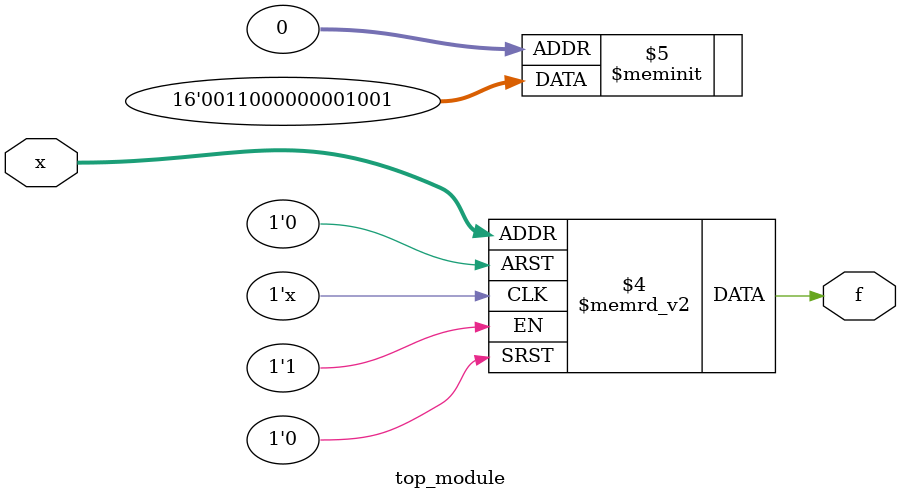
<source format=sv>
module top_module (
    input [4:1] x,
    output logic f
);

// Implementing the function f using a case statement
always_comb begin
    unique case(x)
        4'b0000: f = 1'b1;
        4'b0001: f = 1'b0;
        4'b0010: f = 1'b0;
        4'b0011: f = 1'b1;
        4'b0100: f = 1'b0;
        4'b0101: f = 1'b0;
        4'b0110: f = 1'b0;
        4'b0111: f = 1'b0;
        4'b1000: f = 1'b0;
        4'b1001: f = 1'b0;
        4'b1010: f = 1'b0;
        4'b1011: f = 1'b0;
        4'b1100: f = 1'b1;
        4'b1101: f = 1'b1;
        4'b1110: f = 1'b0;
        4'b1111: f = 1'b0;
    endcase
end

endmodule

</source>
